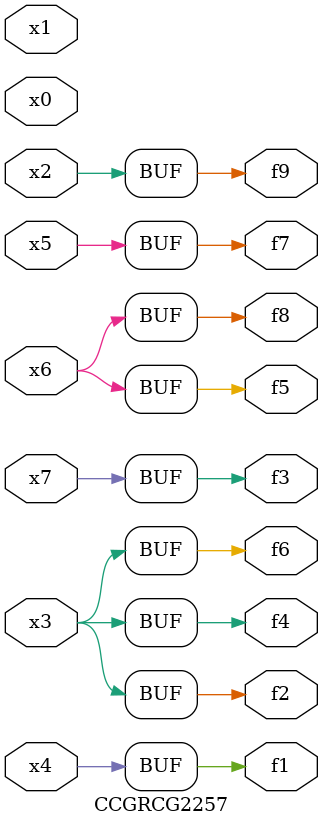
<source format=v>
module CCGRCG2257(
	input x0, x1, x2, x3, x4, x5, x6, x7,
	output f1, f2, f3, f4, f5, f6, f7, f8, f9
);
	assign f1 = x4;
	assign f2 = x3;
	assign f3 = x7;
	assign f4 = x3;
	assign f5 = x6;
	assign f6 = x3;
	assign f7 = x5;
	assign f8 = x6;
	assign f9 = x2;
endmodule

</source>
